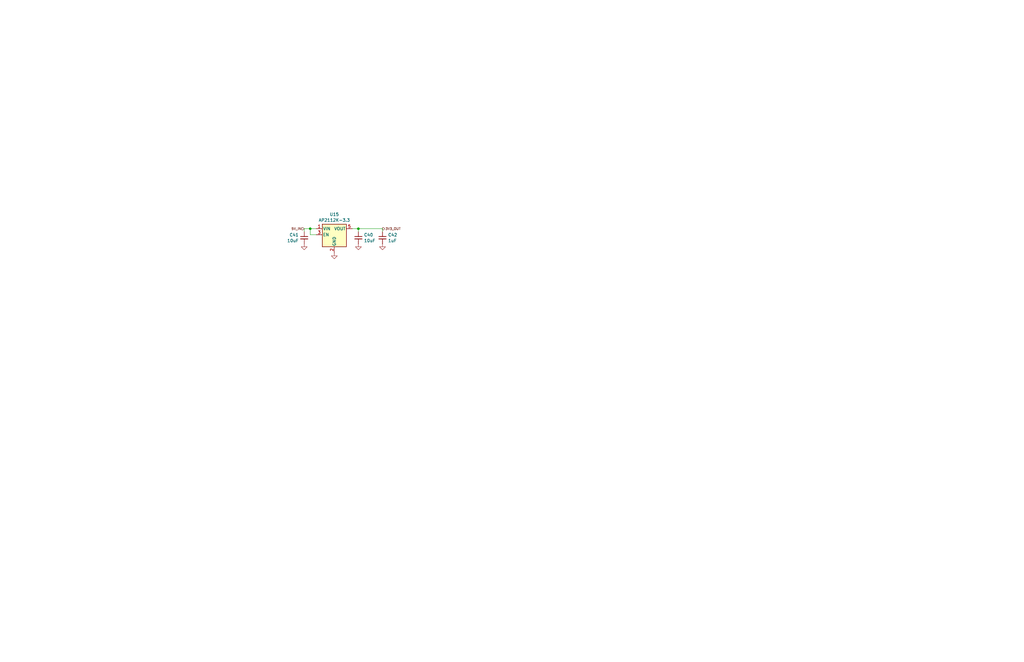
<source format=kicad_sch>
(kicad_sch (version 20250114) (generator "eeschema") (generator_version "9.0")
  (paper "B")
  (lib_symbols
    (symbol "Device:C_Small" (pin_numbers (hide yes)) (pin_names (offset 0.254) (hide yes))
      (property "Reference" "C" (at 0.254 1.778 0))
      (property "Value" "C_Small" (at 0.254 -2.032 0))
      (symbol "C_Small_0_1"
        (polyline (pts (xy -1.524 0.508) (xy 1.524 0.508)) (stroke (width 0.3048)))
        (polyline (pts (xy -1.524 -0.508) (xy 1.524 -0.508)) (stroke (width 0.3302)))
      )
      (symbol "C_Small_1_1"
        (pin passive line (at 0 2.54 270) (length 2.032) (name "~") (number "1"))
        (pin passive line (at 0 -2.54 90) (length 2.032) (name "~") (number "2"))
      )
    )
    (symbol "Regulator_Linear:AP2112K-3.3" (pin_names (offset 0.254))
      (property "Reference" "U" (at -5.08 5.715 0))
      (property "Value" "AP2112K-3.3" (at 0 5.715 0))
      (symbol "AP2112K-3.3_0_1"
        (rectangle (start -5.08 4.445) (end 5.08 -5.08) (stroke (width 0.254)) (fill (type background)))
      )
      (symbol "AP2112K-3.3_1_1"
        (pin power_in line (at -7.62 2.54 0) (length 2.54) (name "VIN") (number "1"))
        (pin input line (at -7.62 0 0) (length 2.54) (name "EN") (number "3"))
        (pin power_in line (at 0 -7.62 90) (length 2.54) (name "GND") (number "2"))
        (pin no_connect line (at 5.08 0 180) (length 2.54) (hide yes) (name "NC") (number "4"))
        (pin power_out line (at 7.62 2.54 180) (length 2.54) (name "VOUT") (number "5"))
      )
    )
    (symbol "power:GND" (power) (pin_numbers (hide yes)) (pin_names (offset 0) (hide yes))
      (property "Value" "GND" (at 0 -3.81 0))
      (symbol "GND_0_1"
        (polyline (pts (xy 0 0) (xy 0 -1.27) (xy 1.27 -1.27) (xy 0 -2.54) (xy -1.27 -1.27) (xy 0 -1.27)))
      )
      (symbol "GND_1_1"
        (pin power_in line (at 0 0 270) (length 0) (name "~") (number "1"))
      )
    )
  )
  (junction (at 130.81 96.52))
  (junction (at 151.13 96.52))
  (wire (pts (xy 151.13 96.52) (xy 161.29 96.52)))
  (wire (pts (xy 133.35 99.06) (xy 130.81 99.06)))
  (wire (pts (xy 128.27 96.52) (xy 128.27 97.79)))
  (wire (pts (xy 133.35 96.52) (xy 130.81 96.52)))
  (wire (pts (xy 130.81 96.52) (xy 128.27 96.52)))
  (wire (pts (xy 151.13 96.52) (xy 148.59 96.52)))
  (wire (pts (xy 161.29 97.79) (xy 161.29 96.52)))
  (wire (pts (xy 130.81 96.52) (xy 130.81 99.06)))
  (wire (pts (xy 151.13 96.52) (xy 151.13 97.79)))
  (hierarchical_label "5V_IN" (shape input) (at 128.27 96.52 180) (effects (font (size 1 1))))
  (hierarchical_label "3V3_OUT" (shape output) (at 161.29 96.52 0) (effects (font (size 1 1))))
  (symbol (lib_id "power:GND") (at 161.29 102.87 0) (unit 1)
    (property "Reference" "#PWR?" (effects (hide yes)))
    (property "Value" "GND" (effects (hide yes)))
    (property "Description" "Power symbol creates a global label with name \"GND\" , ground" (effects (hide yes)))
    (instances (project "PilotAudioPanel" (path "" (reference "#PWR0123") (unit 1))) (project "Front IO Panel" (path "" (reference "#PWR?") (unit 1))))
  )
  (symbol (lib_id "power:GND") (at 128.27 102.87 0) (mirror y) (unit 1)
    (property "Reference" "#PWR?" (effects (hide yes)))
    (property "Value" "GND" (effects (hide yes)))
    (property "Description" "Power symbol creates a global label with name \"GND\" , ground" (effects (hide yes)))
    (instances (project "PilotAudioPanel" (path "" (reference "#PWR0122") (unit 1))) (project "Front IO Panel" (path "" (reference "#PWR?") (unit 1))))
  )
  (symbol (lib_id "power:GND") (at 151.13 102.87 0) (mirror y) (unit 1)
    (property "Reference" "#PWR?" (effects (hide yes)))
    (property "Value" "GND" (effects (hide yes)))
    (property "Description" "Power symbol creates a global label with name \"GND\" , ground" (effects (hide yes)))
    (instances (project "PilotAudioPanel" (path "" (reference "#PWR0124") (unit 1))) (project "Front IO Panel" (path "" (reference "#PWR?") (unit 1))))
  )
  (symbol (lib_id "Regulator_Linear:AP2112K-3.3") (at 140.97 99.06 0) (unit 1)
    (property "Reference" "U?" (at 140.97 90.4705 0))
    (property "Value" "AP2112K-3.3" (at 140.97 92.8948 0))
    (property "Footprint" "Package_TO_SOT_SMD:SOT-23-5" (effects (hide yes)))
    (property "Datasheet" "https://www.diodes.com/assets/Datasheets/AP2112.pdf" (effects (hide yes)))
    (property "Description" "600mA low dropout linear regulator, with enable pin, 3.8V-6V input voltage range, 3.3V fixed positive output, SOT-23-5" (effects (hide yes)))
    (instances (project "PilotAudioPanel" (path "" (reference "U15") (unit 1))) (project "Front IO Panel" (path "" (reference "U?") (unit 1))))
  )
  (symbol (lib_id "Device:C_Small") (at 161.29 100.33 0) (unit 1)
    (property "Reference" "C?" (at 163.6141 99.1241 0) (effects (justify left)))
    (property "Value" "1uF" (at 163.6141 101.5484 0) (effects (justify left)))
    (property "Description" "Unpolarized capacitor, small symbol" (effects (hide yes)))
    (instances (project "PilotAudioPanel" (path "" (reference "C42") (unit 1))) (project "Front IO Panel" (path "" (reference "C?") (unit 1))))
  )
  (symbol (lib_id "Device:C_Small") (at 128.27 100.33 0) (mirror y) (unit 1)
    (property "Reference" "C?" (at 125.9459 99.1241 0) (effects (justify left)))
    (property "Value" "10uF" (at 125.9459 101.5484 0) (effects (justify left)))
    (property "Description" "Unpolarized capacitor, small symbol" (effects (hide yes)))
    (instances (project "PilotAudioPanel" (path "" (reference "C41") (unit 1))) (project "Front IO Panel" (path "" (reference "C?") (unit 1))))
  )
  (symbol (lib_id "power:GND") (at 140.97 106.68 0) (mirror y) (unit 1)
    (property "Reference" "#PWR?" (effects (hide yes)))
    (property "Value" "GND" (effects (hide yes)))
    (property "Description" "Power symbol creates a global label with name \"GND\" , ground" (effects (hide yes)))
    (instances (project "PilotAudioPanel" (path "" (reference "#PWR0121") (unit 1))) (project "Front IO Panel" (path "" (reference "#PWR?") (unit 1))))
  )
  (symbol (lib_id "Device:C_Small") (at 151.13 100.33 0) (unit 1)
    (property "Reference" "C?" (at 153.4541 99.1241 0) (effects (justify left)))
    (property "Value" "10uF" (at 153.4541 101.5484 0) (effects (justify left)))
    (property "Description" "Unpolarized capacitor, small symbol" (effects (hide yes)))
    (instances (project "PilotAudioPanel" (path "" (reference "C40") (unit 1))) (project "Front IO Panel" (path "" (reference "C?") (unit 1))))
  )
)
</source>
